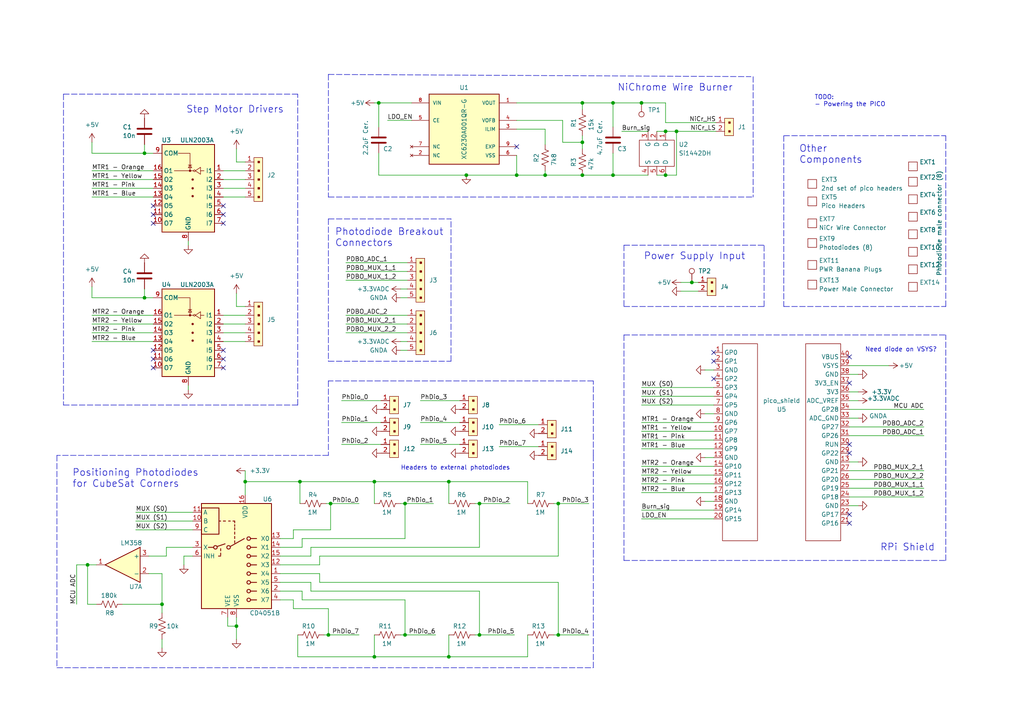
<source format=kicad_sch>
(kicad_sch (version 20211123) (generator eeschema)
  (paper "A4")
  (title_block (title "CubeSat Pi Hat") (rev "DRAFT") (company "Cal Poly, SLO"))
  (junction (at 158.115 50.8))
  (junction (at 161.925 184.15))
  (junction (at 41.91 44.45))
  (junction (at 177.8 29.845))
  (junction (at 196.215 38.1))
  (junction (at 168.91 41.275))
  (junction (at 41.91 86.36))
  (junction (at 168.91 29.845))
  (junction (at 25.4 163.83))
  (junction (at 86.995 139.7))
  (junction (at 117.475 146.05))
  (junction (at 95.25 184.15))
  (junction (at 135.255 50.8))
  (junction (at 168.91 50.8))
  (junction (at 130.175 139.7))
  (junction (at 161.925 146.05))
  (junction (at 95.885 146.05))
  (junction (at 108.585 139.7))
  (junction (at 117.475 184.15))
  (junction (at 193.04 50.8))
  (junction (at 193.04 38.1))
  (junction (at 200.66 81.915))
  (junction (at 177.8 50.8))
  (junction (at 109.855 29.845))
  (junction (at 108.585 190.5))
  (junction (at 46.99 175.26))
  (junction (at 139.065 184.15))
  (junction (at 71.12 139.7))
  (junction (at 68.58 181.61))
  (junction (at 186.055 29.845))
  (junction (at 149.86 50.8))
  (junction (at 139.065 146.05))
  (junction (at 130.175 190.5))
  (no_connect (at 44.45 106.68))
  (no_connect (at 246.38 131.445))
  (no_connect (at 64.77 106.68))
  (no_connect (at 64.77 101.6))
  (no_connect (at 64.77 64.77))
  (no_connect (at 64.77 62.23))
  (no_connect (at 246.38 128.905))
  (no_connect (at 44.45 104.14))
  (no_connect (at 64.77 104.14))
  (no_connect (at 246.38 149.225))
  (no_connect (at 207.01 104.775))
  (no_connect (at 44.45 62.23))
  (no_connect (at 44.45 64.77))
  (no_connect (at 64.77 59.69))
  (no_connect (at 246.38 111.125))
  (no_connect (at 44.45 59.69))
  (no_connect (at 44.45 101.6))
  (no_connect (at 246.38 103.505))
  (no_connect (at 246.38 151.765))
  (no_connect (at 149.86 42.545))
  (no_connect (at 207.01 109.855))
  (no_connect (at 207.01 102.235))
  (wire (pts (xy 207.01 140.335) (xy 186.055 140.335)))
  (wire (pts (xy 44.45 49.53) (xy 26.67 49.53)))
  (wire (pts (xy 95.885 153.67) (xy 95.885 146.05)))
  (wire (pts (xy 193.04 38.1) (xy 196.215 38.1)))
  (wire (pts (xy 196.215 50.8) (xy 196.215 38.1)))
  (wire (pts (xy 158.115 50.8) (xy 168.91 50.8)))
  (wire (pts (xy 200.66 81.915) (xy 202.565 81.915)))
  (wire (pts (xy 193.04 50.8) (xy 196.215 50.8)))
  (polyline (pts (xy 130.81 104.775) (xy 130.81 63.5)))
  (wire (pts (xy 109.855 29.845) (xy 108.585 29.845)))
  (wire (pts (xy 46.99 187.96) (xy 46.99 185.42)))
  (wire (pts (xy 86.995 139.7) (xy 108.585 139.7)))
  (wire (pts (xy 186.055 114.935) (xy 207.01 114.935)))
  (wire (pts (xy 27.94 175.26) (xy 25.4 175.26)))
  (wire (pts (xy 86.36 184.15) (xy 86.36 190.5)))
  (wire (pts (xy 71.12 52.07) (xy 64.77 52.07)))
  (wire (pts (xy 71.12 54.61) (xy 64.77 54.61)))
  (wire (pts (xy 109.855 50.8) (xy 135.255 50.8)))
  (wire (pts (xy 149.86 50.8) (xy 158.115 50.8)))
  (polyline (pts (xy 18.415 27.305) (xy 18.415 117.475)))
  (wire (pts (xy 109.855 50.8) (xy 109.855 44.45)))
  (wire (pts (xy 71.12 88.9) (xy 68.58 88.9)))
  (wire (pts (xy 95.25 176.53) (xy 95.25 184.15)))
  (wire (pts (xy 246.38 123.825) (xy 267.97 123.825)))
  (wire (pts (xy 92.71 161.29) (xy 161.925 161.29)))
  (polyline (pts (xy 95.25 132.08) (xy 16.51 132.08)))
  (wire (pts (xy 163.195 34.925) (xy 149.86 34.925)))
  (wire (pts (xy 71.12 139.7) (xy 71.12 143.51)))
  (wire (pts (xy 186.055 112.395) (xy 207.01 112.395)))
  (wire (pts (xy 117.475 156.21) (xy 117.475 146.05)))
  (wire (pts (xy 64.77 57.15) (xy 71.12 57.15)))
  (wire (pts (xy 246.38 106.045) (xy 257.81 106.045)))
  (wire (pts (xy 85.09 153.67) (xy 85.09 156.21)))
  (wire (pts (xy 93.98 184.15) (xy 95.25 184.15)))
  (polyline (pts (xy 180.975 88.9) (xy 221.615 88.9)))
  (wire (pts (xy 160.655 146.05) (xy 161.925 146.05)))
  (wire (pts (xy 112.395 34.925) (xy 119.38 34.925)))
  (wire (pts (xy 246.38 126.365) (xy 267.97 126.365)))
  (polyline (pts (xy 172.085 132.08) (xy 172.085 110.49)))
  (wire (pts (xy 177.8 50.8) (xy 187.96 50.8)))
  (wire (pts (xy 99.06 122.555) (xy 110.49 122.555)))
  (wire (pts (xy 71.12 99.06) (xy 64.77 99.06)))
  (wire (pts (xy 92.71 166.37) (xy 92.71 168.91)))
  (wire (pts (xy 71.12 139.7) (xy 86.995 139.7)))
  (wire (pts (xy 44.45 91.44) (xy 26.67 91.44)))
  (wire (pts (xy 81.28 163.83) (xy 92.71 163.83)))
  (polyline (pts (xy 172.085 193.675) (xy 172.085 161.29)))
  (wire (pts (xy 121.92 128.905) (xy 133.35 128.905)))
  (wire (pts (xy 160.655 184.15) (xy 161.925 184.15)))
  (wire (pts (xy 121.92 116.205) (xy 133.35 116.205)))
  (wire (pts (xy 177.8 29.845) (xy 186.055 29.845)))
  (wire (pts (xy 71.12 93.98) (xy 64.77 93.98)))
  (wire (pts (xy 116.205 86.36) (xy 118.11 86.36)))
  (polyline (pts (xy 274.32 88.9) (xy 274.32 39.37)))
  (wire (pts (xy 177.8 44.45) (xy 177.8 50.8)))
  (polyline (pts (xy 227.33 39.37) (xy 227.33 88.9)))
  (wire (pts (xy 149.86 50.8) (xy 149.86 45.085)))
  (polyline (pts (xy 274.32 162.56) (xy 274.32 97.155)))
  (wire (pts (xy 54.61 69.85) (xy 54.61 71.12)))
  (wire (pts (xy 66.04 181.61) (xy 66.04 179.07)))
  (wire (pts (xy 246.38 113.665) (xy 248.92 113.665)))
  (wire (pts (xy 68.58 43.18) (xy 68.58 46.99)))
  (wire (pts (xy 161.925 184.15) (xy 170.815 184.15)))
  (wire (pts (xy 116.205 83.82) (xy 118.11 83.82)))
  (wire (pts (xy 22.225 163.83) (xy 22.225 175.26)))
  (wire (pts (xy 158.115 37.465) (xy 149.86 37.465)))
  (wire (pts (xy 53.34 163.83) (xy 53.34 161.29)))
  (wire (pts (xy 149.86 29.845) (xy 168.91 29.845)))
  (polyline (pts (xy 18.415 117.475) (xy 86.36 117.475)))
  (wire (pts (xy 44.45 99.06) (xy 26.67 99.06)))
  (wire (pts (xy 207.01 127.635) (xy 186.055 127.635)))
  (wire (pts (xy 44.45 57.15) (xy 26.67 57.15)))
  (wire (pts (xy 168.91 41.275) (xy 163.195 41.275)))
  (wire (pts (xy 44.45 96.52) (xy 26.67 96.52)))
  (wire (pts (xy 39.37 151.13) (xy 55.88 151.13)))
  (wire (pts (xy 90.17 158.75) (xy 139.065 158.75)))
  (wire (pts (xy 246.38 108.585) (xy 248.92 108.585)))
  (wire (pts (xy 39.37 153.67) (xy 55.88 153.67)))
  (wire (pts (xy 44.45 52.07) (xy 26.67 52.07)))
  (wire (pts (xy 41.91 41.91) (xy 41.91 44.45)))
  (wire (pts (xy 99.06 128.905) (xy 110.49 128.905)))
  (polyline (pts (xy 172.085 132.08) (xy 172.085 161.29)))
  (wire (pts (xy 116.205 184.15) (xy 117.475 184.15)))
  (wire (pts (xy 68.58 181.61) (xy 66.04 181.61)))
  (polyline (pts (xy 227.33 88.9) (xy 274.32 88.9)))
  (wire (pts (xy 100.33 76.2) (xy 118.11 76.2)))
  (wire (pts (xy 248.92 116.205) (xy 246.38 116.205)))
  (wire (pts (xy 99.06 116.205) (xy 110.49 116.205)))
  (wire (pts (xy 207.01 122.555) (xy 186.055 122.555)))
  (polyline (pts (xy 221.615 88.9) (xy 221.615 71.12)))
  (wire (pts (xy 46.99 175.26) (xy 35.56 175.26)))
  (wire (pts (xy 46.99 177.8) (xy 46.99 175.26)))
  (wire (pts (xy 44.45 44.45) (xy 41.91 44.45)))
  (wire (pts (xy 197.485 84.455) (xy 202.565 84.455)))
  (polyline (pts (xy 180.975 71.12) (xy 221.615 71.12)))
  (wire (pts (xy 81.28 158.75) (xy 87.63 158.75)))
  (wire (pts (xy 85.09 176.53) (xy 95.25 176.53)))
  (wire (pts (xy 116.205 101.6) (xy 118.11 101.6)))
  (wire (pts (xy 100.33 91.44) (xy 118.11 91.44)))
  (wire (pts (xy 207.01 135.255) (xy 186.055 135.255)))
  (wire (pts (xy 85.09 176.53) (xy 85.09 173.99)))
  (polyline (pts (xy 95.25 104.775) (xy 130.81 104.775)))
  (polyline (pts (xy 227.33 39.37) (xy 274.32 39.37)))
  (polyline (pts (xy 16.51 132.08) (xy 16.51 193.675)))
  (wire (pts (xy 95.25 184.15) (xy 104.14 184.15)))
  (wire (pts (xy 81.28 168.91) (xy 90.17 168.91)))
  (wire (pts (xy 197.485 81.915) (xy 200.66 81.915)))
  (polyline (pts (xy 95.25 110.49) (xy 95.25 132.08)))
  (wire (pts (xy 207.01 132.715) (xy 204.47 132.715)))
  (polyline (pts (xy 95.25 63.5) (xy 130.81 63.5)))
  (wire (pts (xy 92.71 168.91) (xy 161.925 168.91)))
  (wire (pts (xy 168.91 50.8) (xy 177.8 50.8)))
  (wire (pts (xy 85.09 156.21) (xy 81.28 156.21)))
  (wire (pts (xy 168.91 41.275) (xy 168.91 43.18)))
  (wire (pts (xy 190.5 38.1) (xy 193.04 38.1)))
  (wire (pts (xy 27.94 163.83) (xy 25.4 163.83)))
  (wire (pts (xy 177.8 36.83) (xy 177.8 29.845)))
  (polyline (pts (xy 95.25 63.5) (xy 95.25 104.775)))
  (wire (pts (xy 207.01 142.875) (xy 186.055 142.875)))
  (wire (pts (xy 130.175 190.5) (xy 153.035 190.5)))
  (wire (pts (xy 26.67 44.45) (xy 26.67 41.275)))
  (wire (pts (xy 246.38 139.065) (xy 267.97 139.065)))
  (polyline (pts (xy 180.975 162.56) (xy 274.32 162.56)))
  (polyline (pts (xy 86.36 117.475) (xy 86.36 27.305)))
  (wire (pts (xy 168.91 41.275) (xy 168.91 39.37)))
  (wire (pts (xy 90.17 168.91) (xy 90.17 171.45)))
  (wire (pts (xy 85.09 173.99) (xy 81.28 173.99)))
  (wire (pts (xy 130.175 139.7) (xy 153.035 139.7)))
  (wire (pts (xy 139.065 184.15) (xy 149.225 184.15)))
  (wire (pts (xy 81.28 161.29) (xy 90.17 161.29)))
  (wire (pts (xy 87.63 156.21) (xy 117.475 156.21)))
  (polyline (pts (xy 95.25 57.15) (xy 218.44 57.15)))
  (polyline (pts (xy 180.975 97.155) (xy 274.32 97.155)))
  (wire (pts (xy 168.91 31.75) (xy 168.91 29.845)))
  (wire (pts (xy 25.4 175.26) (xy 25.4 163.83)))
  (wire (pts (xy 161.925 146.05) (xy 170.815 146.05)))
  (wire (pts (xy 81.28 171.45) (xy 87.63 171.45)))
  (wire (pts (xy 81.28 166.37) (xy 92.71 166.37)))
  (wire (pts (xy 108.585 190.5) (xy 130.175 190.5)))
  (wire (pts (xy 92.71 163.83) (xy 92.71 161.29)))
  (wire (pts (xy 153.035 184.15) (xy 153.035 190.5)))
  (wire (pts (xy 22.225 163.83) (xy 25.4 163.83)))
  (wire (pts (xy 48.26 161.29) (xy 48.26 158.75)))
  (wire (pts (xy 87.63 173.99) (xy 117.475 173.99)))
  (wire (pts (xy 71.12 96.52) (xy 64.77 96.52)))
  (wire (pts (xy 180.34 38.1) (xy 187.96 38.1)))
  (wire (pts (xy 246.38 136.525) (xy 267.97 136.525)))
  (wire (pts (xy 44.45 54.61) (xy 26.67 54.61)))
  (wire (pts (xy 86.995 146.05) (xy 86.995 139.7)))
  (wire (pts (xy 44.45 93.98) (xy 26.67 93.98)))
  (wire (pts (xy 130.175 146.05) (xy 130.175 139.7)))
  (wire (pts (xy 90.17 161.29) (xy 90.17 158.75)))
  (wire (pts (xy 46.99 166.37) (xy 43.18 166.37)))
  (wire (pts (xy 137.795 184.15) (xy 139.065 184.15)))
  (wire (pts (xy 246.38 121.285) (xy 248.92 121.285)))
  (wire (pts (xy 207.01 145.415) (xy 204.47 145.415)))
  (wire (pts (xy 117.475 173.99) (xy 117.475 184.15)))
  (wire (pts (xy 246.38 141.605) (xy 267.97 141.605)))
  (wire (pts (xy 94.615 146.05) (xy 95.885 146.05)))
  (wire (pts (xy 190.5 50.8) (xy 193.04 50.8)))
  (wire (pts (xy 53.34 161.29) (xy 55.88 161.29)))
  (wire (pts (xy 100.33 93.98) (xy 118.11 93.98)))
  (wire (pts (xy 68.58 181.61) (xy 68.58 185.42)))
  (polyline (pts (xy 180.975 97.155) (xy 180.975 162.56)))
  (wire (pts (xy 153.035 146.05) (xy 153.035 139.7)))
  (wire (pts (xy 177.8 29.845) (xy 168.91 29.845)))
  (wire (pts (xy 68.58 179.07) (xy 68.58 181.61)))
  (wire (pts (xy 144.78 129.54) (xy 156.21 129.54)))
  (wire (pts (xy 121.92 122.555) (xy 133.35 122.555)))
  (wire (pts (xy 116.205 146.05) (xy 117.475 146.05)))
  (wire (pts (xy 87.63 171.45) (xy 87.63 173.99)))
  (wire (pts (xy 41.91 86.36) (xy 26.67 86.36)))
  (wire (pts (xy 68.58 85.09) (xy 68.58 88.9)))
  (wire (pts (xy 100.33 96.52) (xy 118.11 96.52)))
  (wire (pts (xy 193.04 35.56) (xy 207.645 35.56)))
  (wire (pts (xy 95.885 146.05) (xy 104.14 146.05)))
  (wire (pts (xy 41.91 83.82) (xy 41.91 86.36)))
  (wire (pts (xy 246.38 133.985) (xy 248.92 133.985)))
  (wire (pts (xy 109.855 29.845) (xy 119.38 29.845)))
  (wire (pts (xy 196.215 38.1) (xy 207.645 38.1)))
  (wire (pts (xy 71.12 46.99) (xy 68.58 46.99)))
  (wire (pts (xy 163.195 41.275) (xy 163.195 34.925)))
  (wire (pts (xy 246.38 118.745) (xy 267.97 118.745)))
  (wire (pts (xy 207.01 137.795) (xy 186.055 137.795)))
  (polyline (pts (xy 180.975 71.12) (xy 180.975 88.9)))
  (wire (pts (xy 44.45 86.36) (xy 41.91 86.36)))
  (wire (pts (xy 186.055 117.475) (xy 207.01 117.475)))
  (wire (pts (xy 161.925 161.29) (xy 161.925 146.05)))
  (wire (pts (xy 90.17 171.45) (xy 139.065 171.45)))
  (wire (pts (xy 139.065 171.45) (xy 139.065 184.15)))
  (wire (pts (xy 41.91 44.45) (xy 26.67 44.45)))
  (wire (pts (xy 71.12 91.44) (xy 64.77 91.44)))
  (polyline (pts (xy 95.25 21.59) (xy 95.25 57.15)))
  (wire (pts (xy 186.055 150.495) (xy 207.01 150.495)))
  (wire (pts (xy 117.475 184.15) (xy 126.365 184.15)))
  (wire (pts (xy 87.63 158.75) (xy 87.63 156.21)))
  (wire (pts (xy 86.36 190.5) (xy 108.585 190.5)))
  (wire (pts (xy 193.04 29.845) (xy 193.04 35.56)))
  (wire (pts (xy 144.78 123.19) (xy 156.21 123.19)))
  (wire (pts (xy 100.33 78.74) (xy 118.11 78.74)))
  (wire (pts (xy 71.12 136.525) (xy 71.12 139.7)))
  (wire (pts (xy 246.38 146.685) (xy 248.92 146.685)))
  (wire (pts (xy 207.01 130.175) (xy 186.055 130.175)))
  (wire (pts (xy 108.585 139.7) (xy 130.175 139.7)))
  (wire (pts (xy 135.255 50.8) (xy 149.86 50.8)))
  (wire (pts (xy 246.38 144.145) (xy 267.97 144.145)))
  (polyline (pts (xy 95.25 21.59) (xy 217.805 22.225)))
  (wire (pts (xy 39.37 148.59) (xy 55.88 148.59)))
  (wire (pts (xy 26.67 86.36) (xy 26.67 83.185)))
  (polyline (pts (xy 16.51 193.675) (xy 172.085 193.675)))
  (wire (pts (xy 158.115 49.53) (xy 158.115 50.8)))
  (wire (pts (xy 71.12 49.53) (xy 64.77 49.53)))
  (wire (pts (xy 46.99 166.37) (xy 46.99 175.26)))
  (wire (pts (xy 204.47 107.315) (xy 207.01 107.315)))
  (polyline (pts (xy 172.085 110.49) (xy 95.25 110.49)))
  (polyline (pts (xy 218.44 22.225) (xy 218.44 57.15)))
  (wire (pts (xy 109.855 36.83) (xy 109.855 29.845)))
  (wire (pts (xy 54.61 111.76) (xy 54.61 113.03)))
  (polyline (pts (xy 18.415 27.305) (xy 86.36 27.305)))
  (wire (pts (xy 186.055 147.955) (xy 207.01 147.955)))
  (wire (pts (xy 48.26 158.75) (xy 55.88 158.75)))
  (wire (pts (xy 137.795 146.05) (xy 139.065 146.05)))
  (wire (pts (xy 100.33 81.28) (xy 118.11 81.28)))
  (wire (pts (xy 108.585 146.05) (xy 108.585 139.7)))
  (wire (pts (xy 108.585 184.15) (xy 108.585 190.5)))
  (wire (pts (xy 130.175 184.15) (xy 130.175 190.5)))
  (wire (pts (xy 139.065 146.05) (xy 147.955 146.05)))
  (wire (pts (xy 158.115 41.91) (xy 158.115 37.465)))
  (wire (pts (xy 186.055 29.845) (xy 193.04 29.845)))
  (wire (pts (xy 116.205 99.06) (xy 118.11 99.06)))
  (wire (pts (xy 207.01 125.095) (xy 186.055 125.095)))
  (wire (pts (xy 139.065 158.75) (xy 139.065 146.05)))
  (wire (pts (xy 161.925 168.91) (xy 161.925 184.15)))
  (wire (pts (xy 85.09 153.67) (xy 95.885 153.67)))
  (wire (pts (xy 117.475 146.05) (xy 125.73 146.05)))
  (wire (pts (xy 43.18 161.29) (xy 48.26 161.29)))
  (wire (pts (xy 207.01 120.015) (xy 204.47 120.015)))
  (text "Photodiode Breakout \nConnectors" (at 97.155 71.755 0) (effects (font (size 2 2)) (justify left bottom)))
  (text "Power Supply Input" (at 186.69 75.565 0) (effects (font (size 2 2)) (justify left bottom)))
  (text "NiChrome Wire Burner\n" (at 179.07 26.67 0) (effects (font (size 2 2)) (justify left bottom)))
  (text "RPi Shield\n" (at 255.27 160.02 0) (effects (font (size 2 2)) (justify left bottom)))
  (text "Positioning Photodiodes \nfor CubeSat Corners\n" (at 20.955 141.605 0) (effects (font (size 2 2)) (justify left bottom)))
  (text "TODO:\n- Powering the PICO\n" (at 236.22 31.115 0) (effects (font (size 1.27 1.27)) (justify left bottom)))
  (text "Need diode on VSYS?" (at 271.78 102.235 180) (effects (font (size 1.27 1.27)) (justify right bottom)))
  (text "Step Motor Drivers" (at 53.975 33.02 0) (effects (font (size 2 2)) (justify left bottom)))
  (text "Headers to external photodiodes\n" (at 116.205 136.525 0) (effects (font (size 1.27 1.27)) (justify left bottom)))
  (text "Other\nComponents\n" (at 231.775 47.625 0) (effects (font (size 2 2)) (justify left bottom)))
  (label "PDBO_ADC_2" (at 267.97 123.825 180))
  (label "MTR2 - Yellow" (at 26.67 93.98 0))
  (label "PhDio_0" (at 99.06 116.205 0))
  (label "PhDio_1" (at 125.73 146.05 180))
  (label "PDBO_MUX_2_1" (at 100.33 93.98 0))
  (label "NiCr_HS" (at 207.645 35.56 180))
  (label "PhDio_5" (at 149.225 184.15 180))
  (label "PDBO_ADC_1" (at 100.33 76.2 0))
  (label "PhDio_4" (at 170.815 184.15 180))
  (label "MTR1 - Blue" (at 26.67 57.15 0))
  (label "PhDio_6" (at 126.365 184.15 180))
  (label "MTR1 - Blue" (at 186.055 130.175 0))
  (label "PhDio_7" (at 104.14 184.15 180))
  (label "MTR2 - Blue" (at 26.67 99.06 0))
  (label "MTR1 - Orange" (at 186.055 122.555 0))
  (label "PDBO_MUX_1_2" (at 100.33 81.28 0))
  (label "MTR1 - Pink" (at 186.055 127.635 0))
  (label "MUX (S0)" (at 186.055 112.395 0))
  (label "LDO_EN" (at 186.055 150.495 0))
  (label "PhDio_4" (at 121.92 122.555 0))
  (label "LDO_EN" (at 112.395 34.925 0))
  (label "PDBO_MUX_1_1" (at 100.33 78.74 0))
  (label "PhDio_1" (at 99.06 122.555 0))
  (label "PhDio_7" (at 144.78 129.54 0))
  (label "PDBO_ADC_2" (at 100.33 91.44 0))
  (label "PhDio_0" (at 104.14 146.05 180))
  (label "PDBO_MUX_2_2" (at 267.97 139.065 180))
  (label "PDBO_MUX_1_1" (at 267.97 141.605 180))
  (label "MTR1 - Pink" (at 26.67 54.61 0))
  (label "PDBO_MUX_2_1" (at 267.97 136.525 180))
  (label "MUX (S1)" (at 186.055 114.935 0))
  (label "PhDio_3" (at 121.92 116.205 0))
  (label "MTR1 - Yellow" (at 186.055 125.095 0))
  (label "MTR2 - Orange" (at 26.67 91.44 0))
  (label "MTR1 - Orange" (at 26.67 49.53 0))
  (label "PhDio_2" (at 99.06 128.905 0))
  (label "PDBO_MUX_2_2" (at 100.33 96.52 0))
  (label "MTR2 - Yellow" (at 186.055 137.795 0))
  (label "MUX (S2)" (at 186.055 117.475 0))
  (label "MCU ADC" (at 267.97 118.745 180))
  (label "MCU ADC" (at 22.225 175.26 90))
  (label "MTR2 - Orange" (at 186.055 135.255 0))
  (label "PhDio_6" (at 144.78 123.19 0))
  (label "PDBO_ADC_1" (at 267.97 126.365 180))
  (label "PhDio_5" (at 121.92 128.905 0))
  (label "MUX (S0)" (at 39.37 148.59 0))
  (label "PhDio_3" (at 170.815 146.05 180))
  (label "PhDio_2" (at 147.955 146.05 180))
  (label "MUX (S1)" (at 39.37 151.13 0))
  (label "Burn_sig" (at 180.34 38.1 0))
  (label "MTR1 - Yellow" (at 26.67 52.07 0))
  (label "Burn_sig" (at 186.055 147.955 0))
  (label "PDBO_MUX_1_2" (at 267.97 144.145 180))
  (label "MUX (S2)" (at 39.37 153.67 0))
  (label "MTR2 - Blue" (at 186.055 142.875 0))
  (label "NiCr_LS" (at 207.645 38.1 180))
  (label "MTR2 - Pink" (at 26.67 96.52 0))
  (label "MTR2 - Pink" (at 186.055 140.335 0))
  (symbol (lib_id "power:GNDA") (at 116.205 101.6 270) (unit 1)
    (property "Reference" "#PWR015" (effects hide))
    (property "Value" "GNDA" (at 112.395 101.5999 90) (effects (justify right)))
  )
  (symbol (lib_id "dk_Rectangular-Connectors-Headers-Male-Pins:B2B-PH-K-S_LF__SN_") (at 205.105 81.915 90) (mirror x) (unit 1)
    (property "Reference" "J4" (at 208.915 83.1849 90) (effects (justify right)))
    (property "Value" "644752-2" (effects hide))
    (property "Footprint" "digikey-footprints:PinHeader_1x2_P2mm_Drill1mm" (effects hide))
    (property "Datasheet" "http://www.jst-mfg.com/product/pdf/eng/ePH.pdf" (effects hide))
    (property "Digi-Key_PN" "455-1704-ND" (effects hide))
    (property "MPN" "B2B-PH-K-S(LF)(SN)" (effects hide))
    (property "Category" "Connectors, Interconnects" (effects hide))
    (property "Family" "Rectangular Connectors - Headers, Male Pins" (effects hide))
    (property "DK_Datasheet_Link" "http://www.jst-mfg.com/product/pdf/eng/ePH.pdf" (effects hide))
    (property "DK_Detail_Page" "/product-detail/en/jst-sales-america-inc/B2B-PH-K-S(LF)(SN)/455-1704-ND/926611" (effects hide))
    (property "Description" "CONN HEADER VERT 2POS 2MM" (effects hide))
    (property "Manufacturer" "JST Sales America Inc." (effects hide))
    (property "Status" "Active" (effects hide))
  )
  (symbol (lib_id "power:+3.3VADC") (at 116.205 99.06 90) (unit 1)
    (property "Reference" "#PWR014" (effects hide))
    (property "Value" "+3.3VADC" (at 113.03 99.0599 90) (effects (justify left)))
  )
  (symbol (lib_id "power:+5V") (at 68.58 43.18 0) (mirror y) (unit 1)
    (property "Reference" "#PWR04" (effects hide))
    (property "Value" "+5V" (at 68.58 38.1 0))
  )
  (symbol (lib_id "dk_Rectangular-Connectors-Headers-Male-Pins:B2B-PH-K-S_LF__SN_") (at 135.89 116.205 90) (mirror x) (unit 1)
    (property "Reference" "J8" (at 139.7 117.4749 90) (effects (justify right)))
    (property "Value" "B2B-PH-K-S_LF__SN_" (effects hide))
    (property "Footprint" "digikey-footprints:PinHeader_1x2_P2mm_Drill1mm" (effects hide))
    (property "Datasheet" "http://www.jst-mfg.com/product/pdf/eng/ePH.pdf" (effects hide))
    (property "Digi-Key_PN" "455-1704-ND" (effects hide))
    (property "MPN" "B2B-PH-K-S(LF)(SN)" (effects hide))
    (property "Category" "Connectors, Interconnects" (effects hide))
    (property "Family" "Rectangular Connectors - Headers, Male Pins" (effects hide))
    (property "DK_Datasheet_Link" "http://www.jst-mfg.com/product/pdf/eng/ePH.pdf" (effects hide))
    (property "DK_Detail_Page" "/product-detail/en/jst-sales-america-inc/B2B-PH-K-S(LF)(SN)/455-1704-ND/926611" (effects hide))
    (property "Description" "CONN HEADER VERT 2POS 2MM" (effects hide))
    (property "Manufacturer" "JST Sales America Inc." (effects hide))
    (property "Status" "Active" (effects hide))
  )
  (symbol (lib_id "power:+3.3VADC") (at 248.92 116.205 270) (unit 1)
    (property "Reference" "#PWR020" (effects hide))
    (property "Value" "+3.3VADC" (at 251.46 115.57 90) (effects (justify left)))
  )
  (symbol (lib_id "Device:R_US") (at 112.395 146.05 90) (unit 1)
    (property "Reference" "R5" (at 113.665 143.51 90) (effects (justify left)))
    (property "Value" "1M" (at 113.665 148.59 90) (effects (justify left)))
    (property "Footprint" "Resistor_SMD:R_0805_2012Metric_Pad1.20x1.40mm_HandSolder" (effects hide))
    (property "MPN" "RT0805BRD071ML" (effects hide))
  )
  (symbol (lib_id "power:GNDA") (at 248.92 121.285 90) (unit 1)
    (property "Reference" "#PWR024" (effects hide))
    (property "Value" "GNDA" (at 252.095 120.65 90) (effects (justify right)))
  )
  (symbol (lib_id "0_custom:{lt}name{gt}") (at 264.795 52.705 0) (unit 1)
    (property "Reference" "EXT2" (at 266.7 51.4349 0) (effects (justify left)))
    (property "Value" "Photodiode male connector (8)" (effects hide))
    (property "Footprint" "0_custom:EXT_no_footprint" (effects hide))
    (property "MPN" "02KR-6H-P" (effects hide))
  )
  (symbol (lib_id "power:GND") (at 133.35 125.095 270) (mirror x) (unit 1)
    (property "Reference" "#PWR026" (effects hide))
    (property "Value" "GND" (effects hide))
  )
  (symbol (lib_id "0_custom:{lt}name{gt}") (at 264.795 73.025 0) (unit 1)
    (property "Reference" "EXT10" (at 266.7 71.7549 0) (effects (justify left)))
    (property "Value" "Photodiode male connector (8)" (effects hide))
    (property "Footprint" "0_custom:EXT_no_footprint" (effects hide))
    (property "MPN" "02KR-6H-P" (effects hide))
  )
  (symbol (lib_id "power:GND") (at 156.21 125.73 270) (mirror x) (unit 1)
    (property "Reference" "#PWR027" (effects hide))
    (property "Value" "GND" (effects hide))
  )
  (symbol (lib_id "0_custom:{lt}name{gt}") (at 264.795 83.185 0) (unit 1)
    (property "Reference" "EXT14" (at 266.7 81.9149 0) (effects (justify left)))
    (property "Value" "Photodiode male connector (8)" (effects hide))
    (property "Footprint" "0_custom:EXT_no_footprint" (effects hide))
    (property "MPN" "02KR-6H-P" (effects hide))
  )
  (symbol (lib_id "power:GND") (at 133.35 118.745 270) (mirror x) (unit 1)
    (property "Reference" "#PWR022" (effects hide))
    (property "Value" "GND" (effects hide))
  )
  (symbol (lib_id "Device:R_US") (at 168.91 46.99 180) (unit 1)
    (property "Reference" "R3" (at 166.37 45.72 90) (effects (justify left)))
    (property "Value" "47k" (at 171.45 45.72 90) (effects (justify left)))
    (property "Footprint" "Resistor_SMD:R_0805_2012Metric_Pad1.20x1.40mm_HandSolder" (effects hide))
    (property "MPN" "RC0805FR-1347KL" (effects hide))
  )
  (symbol (lib_id "power:+3.3V") (at 71.12 136.525 90) (unit 1)
    (property "Reference" "#PWR?" (effects hide))
    (property "Value" "+3.3V" (at 72.39 136.5249 90) (effects (justify right)))
  )
  (symbol (lib_id "power:+5V") (at 257.81 106.045 270) (unit 1)
    (property "Reference" "#PWR016" (effects hide))
    (property "Value" "+5V" (at 264.795 106.045 90) (effects (justify right)))
  )
  (symbol (lib_id "0_custom:Si1442DH") (at 191.77 44.45 270) (unit 1)
    (property "Reference" "U2" (at 196.85 41.9099 90) (effects (justify left)))
    (property "Value" "Si1442DH" (at 196.85 44.4499 90) (effects (justify left)))
    (property "Footprint" "Package_TO_SOT_SMD:SOT-363_SC-70-6" (effects hide))
    (property "MPN" "SI1442DH-T1-GE3" (effects hide))
  )
  (symbol (lib_id "power:GND") (at 248.92 133.985 90) (unit 1)
    (property "Reference" "#PWR032" (effects hide))
    (property "Value" "GND" (effects hide))
  )
  (symbol (lib_id "Device:R_US") (at 90.17 184.15 90) (unit 1)
    (property "Reference" "R10" (at 91.44 181.61 90) (effects (justify left)))
    (property "Value" "1M" (at 91.44 186.69 90) (effects (justify left)))
    (property "Footprint" "Resistor_SMD:R_0805_2012Metric_Pad1.20x1.40mm_HandSolder" (effects hide))
    (property "MPN" "RT0805BRD071ML" (effects hide))
  )
  (symbol (lib_id "Connector:TestPoint") (at 186.055 29.845 180) (unit 1)
    (property "Reference" "TP1" (at 187.96 31.8769 0) (effects (justify right)))
    (property "Value" "TestPoint" (effects hide))
  )
  (symbol (lib_id "power:GND") (at 54.61 71.12 0) (mirror y) (unit 1)
    (property "Reference" "#PWR06" (effects hide))
    (property "Value" "GND" (effects hide))
  )
  (symbol (lib_id "0_custom:{lt}name{gt}") (at 235.585 64.77 0) (unit 1)
    (property "Reference" "EXT7" (at 237.49 63.4999 0) (effects (justify left)))
    (property "Value" "NiCr Wire Connector" (at 237.49 66.0399 0) (effects (justify left)))
    (property "Footprint" "0_custom:EXT_no_footprint" (effects hide))
    (property "MPN" "3-640427-2" (effects hide))
  )
  (symbol (lib_id "0_custom:{lt}name{gt}") (at 264.795 78.105 0) (unit 1)
    (property "Reference" "EXT12" (at 266.7 76.8349 0) (effects (justify left)))
    (property "Value" "Photodiode male connector (8)" (effects hide))
    (property "Footprint" "0_custom:EXT_no_footprint" (effects hide))
    (property "MPN" "02KR-6H-P" (effects hide))
  )
  (symbol (lib_id "Analog_Switch:CD4051B") (at 68.58 161.29 0) (unit 1)
    (property "Reference" "U6" (at 76.2 144.78 0) (effects (justify left)))
    (property "Value" "CD4051B" (at 72.39 177.8 0) (effects (justify left)))
    (property "Footprint" "Miles Added:PW0016A_L" (effects hide))
    (property "Datasheet" "http://www.ti.com/lit/ds/symlink/cd4052b.pdf" (effects hide))
    (property "MPN" "CD4051BQPWRG4Q1" (effects hide))
  )
  (symbol (lib_id "power:+5V") (at 108.585 29.845 90) (unit 1)
    (property "Reference" "#PWR01" (effects hide))
    (property "Value" "+5V" (at 101.6 29.845 90) (effects (justify right)))
  )
  (symbol (lib_id "Device:R_US") (at 156.845 184.15 90) (unit 1)
    (property "Reference" "R13" (at 158.115 181.61 90) (effects (justify left)))
    (property "Value" "1M" (at 158.115 186.69 90) (effects (justify left)))
    (property "Footprint" "Resistor_SMD:R_0805_2012Metric_Pad1.20x1.40mm_HandSolder" (effects hide))
    (property "MPN" "RT0805BRD071ML" (effects hide))
  )
  (symbol (lib_id "Device:R_US") (at 168.91 35.56 180) (unit 1)
    (property "Reference" "R1" (at 166.37 34.29 90) (effects (justify left)))
    (property "Value" "15k" (at 171.45 34.29 90) (effects (justify left)))
    (property "Footprint" "Resistor_SMD:R_0805_2012Metric_Pad1.20x1.40mm_HandSolder" (effects hide))
    (property "MPN" "RMCF0805FT15K8" (effects hide))
  )
  (symbol (lib_id "power:GND") (at 156.21 132.08 270) (mirror x) (unit 1)
    (property "Reference" "#PWR030" (effects hide))
    (property "Value" "GND" (effects hide))
  )
  (symbol (lib_id "dk_Rectangular-Connectors-Headers-Male-Pins:B5B-XH-A_LF__SN_") (at 120.65 76.2 90) (mirror x) (unit 1)
    (property "Reference" "J3" (at 124.46 81.2799 90) (effects (justify right)))
    (property "Value" "B5B-XH-A_LF__SN_" (effects hide))
    (property "Footprint" "digikey-footprints:PinHeader_1x5_P2.5mm_Drill1.1mm" (effects hide))
    (property "Datasheet" "http://www.jst-mfg.com/product/pdf/eng/eXH.pdf" (effects hide))
    (property "Digi-Key_PN" "455-2270-ND" (effects hide))
    (property "MPN" "B5B-XH-A(LF)(SN)" (effects hide))
    (property "Category" "Connectors, Interconnects" (effects hide))
    (property "Family" "Rectangular Connectors - Headers, Male Pins" (effects hide))
    (property "DK_Datasheet_Link" "http://www.jst-mfg.com/product/pdf/eng/eXH.pdf" (effects hide))
    (property "DK_Detail_Page" "/product-detail/en/jst-sales-america-inc/B5B-XH-A(LF)(SN)/455-2270-ND/1530483" (effects hide))
    (property "Description" "CONN HEADER VERT 5POS 2.5MM" (effects hide))
    (property "Manufacturer" "JST Sales America Inc." (effects hide))
    (property "Status" "Active" (effects hide))
  )
  (symbol (lib_id "Connector:TestPoint") (at 200.66 81.915 0) (unit 1)
    (property "Reference" "TP2" (at 202.565 78.6129 0) (effects (justify left)))
    (property "Value" "TestPoint" (effects hide))
  )
  (symbol (lib_id "Device:C") (at 41.91 38.1 0) (mirror y) (unit 1)
    (property "Reference" "C1" (at 35.56 36.83 0) (effects (justify right)))
    (property "Value" "10n" (at 35.56 39.37 0) (effects (justify right)))
    (property "Footprint" "Capacitor_SMD:C_0805_2012Metric" (effects hide))
    (property "MPN" "0805YC103MAT2A" (effects hide))
  )
  (symbol (lib_id "power:GND") (at 204.47 132.715 270) (mirror x) (unit 1)
    (property "Reference" "#PWR031" (effects hide))
    (property "Value" "GND" (effects hide))
  )
  (symbol (lib_id "dk_Rectangular-Connectors-Headers-Male-Pins:B5B-XH-A_LF__SN_") (at 120.65 91.44 90) (mirror x) (unit 1)
    (property "Reference" "J6" (at 124.46 96.5199 90) (effects (justify right)))
    (property "Value" "B5B-XH-A_LF__SN_" (effects hide))
    (property "Footprint" "digikey-footprints:PinHeader_1x5_P2.5mm_Drill1.1mm" (effects hide))
    (property "Datasheet" "http://www.jst-mfg.com/product/pdf/eng/eXH.pdf" (effects hide))
    (property "Digi-Key_PN" "455-2270-ND" (effects hide))
    (property "MPN" "B5B-XH-A(LF)(SN)" (effects hide))
    (property "Category" "Connectors, Interconnects" (effects hide))
    (property "Family" "Rectangular Connectors - Headers, Male Pins" (effects hide))
    (property "DK_Datasheet_Link" "http://www.jst-mfg.com/product/pdf/eng/eXH.pdf" (effects hide))
    (property "DK_Detail_Page" "/product-detail/en/jst-sales-america-inc/B5B-XH-A(LF)(SN)/455-2270-ND/1530483" (effects hide))
    (property "Description" "CONN HEADER VERT 5POS 2.5MM" (effects hide))
    (property "Manufacturer" "JST Sales America Inc." (effects hide))
    (property "Status" "Active" (effects hide))
  )
  (symbol (lib_id "dk_Rectangular-Connectors-Headers-Male-Pins:B2B-PH-K-S_LF__SN_") (at 158.75 123.19 90) (mirror x) (unit 1)
    (property "Reference" "J11" (at 162.56 124.4599 90) (effects (justify right)))
    (property "Value" "B2B-PH-K-S_LF__SN_" (effects hide))
    (property "Footprint" "digikey-footprints:PinHeader_1x2_P2mm_Drill1mm" (effects hide))
    (property "Datasheet" "http://www.jst-mfg.com/product/pdf/eng/ePH.pdf" (effects hide))
    (property "Digi-Key_PN" "455-1704-ND" (effects hide))
    (property "MPN" "B2B-PH-K-S(LF)(SN)" (effects hide))
    (property "Category" "Connectors, Interconnects" (effects hide))
    (property "Family" "Rectangular Connectors - Headers, Male Pins" (effects hide))
    (property "DK_Datasheet_Link" "http://www.jst-mfg.com/product/pdf/eng/ePH.pdf" (effects hide))
    (property "DK_Detail_Page" "/product-detail/en/jst-sales-america-inc/B2B-PH-K-S(LF)(SN)/455-1704-ND/926611" (effects hide))
    (property "Description" "CONN HEADER VERT 2POS 2MM" (effects hide))
    (property "Manufacturer" "JST Sales America Inc." (effects hide))
    (property "Status" "Active" (effects hide))
  )
  (symbol (lib_id "power:+5V") (at 26.67 83.185 0) (mirror y) (unit 1)
    (property "Reference" "#PWR09" (effects hide))
    (property "Value" "+5V" (at 26.67 78.105 0))
  )
  (symbol (lib_id "Device:R_US") (at 31.75 175.26 270) (unit 1)
    (property "Reference" "R8" (at 30.48 177.8 90) (effects (justify left)))
    (property "Value" "180k" (at 29.21 172.72 90) (effects (justify left)))
    (property "Footprint" "Resistor_SMD:R_0805_2012Metric_Pad1.20x1.40mm_HandSolder" (effects hide))
    (property "MPN" "RC0805FR-07182KL" (effects hide))
  )
  (symbol (lib_id "power:GND") (at 197.485 84.455 270) (mirror x) (unit 1)
    (property "Reference" "#PWR011" (effects hide))
    (property "Value" "GND" (effects hide))
  )
  (symbol (lib_id "dk_Rectangular-Connectors-Headers-Male-Pins:B5B-XH-A_LF__SN_") (at 73.66 88.9 90) (mirror x) (unit 1)
    (property "Reference" "J5" (at 77.47 92.7099 90) (effects (justify right)))
    (property "Value" "Step_connector" (effects hide))
    (property "Footprint" "digikey-footprints:PinHeader_1x5_P2.5mm_Drill1.1mm" (effects hide))
    (property "Datasheet" "http://www.jst-mfg.com/product/pdf/eng/eXH.pdf" (effects hide))
    (property "MPN" "B5B-XH-A(LF)(SN)" (effects hide))
    (property "Digi-Key_PN" "455-2270-ND" (effects hide))
    (property "Category" "Connectors, Interconnects" (effects hide))
    (property "Family" "Rectangular Connectors - Headers, Male Pins" (effects hide))
    (property "DK_Datasheet_Link" "http://www.jst-mfg.com/product/pdf/eng/eXH.pdf" (effects hide))
    (property "DK_Detail_Page" "/product-detail/en/jst-sales-america-inc/B5B-XH-A(LF)(SN)/455-2270-ND/1530483" (effects hide))
    (property "Description" "CONN HEADER VERT 5POS 2.5MM" (effects hide))
    (property "Manufacturer" "JST Sales America Inc." (effects hide))
    (property "Status" "Active" (effects hide))
  )
  (symbol (lib_id "power:GND") (at 110.49 131.445 270) (mirror x) (unit 1)
    (property "Reference" "#PWR028" (effects hide))
    (property "Value" "GND" (effects hide))
  )
  (symbol (lib_id "Device:R_US") (at 133.985 184.15 90) (unit 1)
    (property "Reference" "R12" (at 135.255 181.61 90) (effects (justify left)))
    (property "Value" "1M" (at 135.255 186.69 90) (effects (justify left)))
    (property "Footprint" "Resistor_SMD:R_0805_2012Metric_Pad1.20x1.40mm_HandSolder" (effects hide))
    (property "MPN" "RT0805BRD071ML" (effects hide))
  )
  (symbol (lib_id "Transistor_Array:ULN2003A") (at 54.61 54.61 0) (mirror y) (unit 1)
    (property "Reference" "U3" (at 48.26 40.64 0))
    (property "Value" "ULN2003A" (at 57.15 40.64 0))
    (property "Footprint" "Miles Added:ULN2003ADR2G_OSI" (effects hide))
    (property "Datasheet" "http://www.ti.com/lit/ds/symlink/uln2003a.pdf" (effects hide))
    (property "MPN" "ULN2003ADR2G" (effects hide))
  )
  (symbol (lib_id "Device:C") (at 177.8 40.64 0) (unit 1)
    (property "Reference" "C3" (at 179.07 43.18 0) (effects (justify left)))
    (property "Value" "4.7uF Cer." (at 173.99 45.085 90) (effects (justify left)))
    (property "Footprint" "Capacitor_SMD:C_0805_2012Metric" (effects hide))
    (property "MPN" "C2012X7R1A475K125AC" (effects hide))
  )
  (symbol (lib_id "XC6230A001QR-G:XC6230A001QR-G") (at 134.62 37.465 0) (unit 1)
    (property "Reference" "U1" (at 134.62 25.4 0))
    (property "Value" "XC6230A001QR-G" (at 134.62 37.465 90))
    (property "Footprint" "SOIC127P600X175-9N" (effects hide))
    (property "Datasheet" "https://www.torexsemi.com/file/xc6230/XC6230.pdf" (effects hide))
    (property "MAXIMUM_PACKAGE_HEIGHT" "1.75mm" (effects hide))
    (property "PARTREV" "1.0" (effects hide))
    (property "MPN" "XC6230A001QR-G" (effects hide))
    (property "MANUFACTURER" "Torex" (effects hide))
    (property "STANDARD" "IPC-7351B" (effects hide))
    (property "SNAPEDA_PN" "XC6230H001QR-G" (effects hide))
  )
  (symbol (lib_id "0_custom:{lt}name{gt}") (at 235.585 70.485 0) (unit 1)
    (property "Reference" "EXT9" (at 237.49 69.2149 0) (effects (justify left)))
    (property "Value" "Photodiodes (8)" (at 237.49 71.7549 0) (effects (justify left)))
    (property "Footprint" "0_custom:EXT_no_footprint" (effects hide))
  )
  (symbol (lib_id "Device:R_US") (at 90.805 146.05 90) (unit 1)
    (property "Reference" "R4" (at 92.075 143.51 90) (effects (justify left)))
    (property "Value" "1M" (at 92.075 148.59 90) (effects (justify left)))
    (property "Footprint" "Resistor_SMD:R_0805_2012Metric_Pad1.20x1.40mm_HandSolder" (effects hide))
    (property "MPN" "RT0805BRD071ML" (effects hide))
  )
  (symbol (lib_id "0_custom:{lt}name{gt}") (at 264.795 57.785 0) (unit 1)
    (property "Reference" "EXT4" (at 266.7 56.5149 0) (effects (justify left)))
    (property "Value" "Photodiode male connector (8)" (effects hide))
    (property "Footprint" "0_custom:EXT_no_footprint" (effects hide))
    (property "MPN" "02KR-6H-P" (effects hide))
  )
  (symbol (lib_id "0_custom:{lt}name{gt}") (at 264.795 67.945 0) (unit 1)
    (property "Reference" "EXT8" (at 266.7 66.6749 0) (effects (justify left)))
    (property "Value" "Photodiode male connector (8)" (effects hide))
    (property "Footprint" "0_custom:EXT_no_footprint" (effects hide))
    (property "MPN" "02KR-6H-P" (effects hide))
  )
  (symbol (lib_id "0_custom:{lt}name{gt}") (at 264.795 48.26 0) (unit 1)
    (property "Reference" "EXT1" (at 266.7 46.9899 0) (effects (justify left)))
    (property "Value" "Photodiode male connector (8)" (at 272.415 80.01 90) (effects (justify left)))
    (property "Footprint" "0_custom:EXT_no_footprint" (effects hide))
    (property "MPN" "02KR-6H-P" (effects hide))
  )
  (symbol (lib_id "dk_Rectangular-Connectors-Headers-Male-Pins:B2B-PH-K-S_LF__SN_") (at 135.89 128.905 90) (mirror x) (unit 1)
    (property "Reference" "J13" (at 139.7 130.1749 90) (effects (justify right)))
    (property "Value" "B2B-PH-K-S_LF__SN_" (effects hide))
    (property "Footprint" "digikey-footprints:PinHeader_1x2_P2mm_Drill1mm" (effects hide))
    (property "Datasheet" "http://www.jst-mfg.com/product/pdf/eng/ePH.pdf" (effects hide))
    (property "Digi-Key_PN" "455-1704-ND" (effects hide))
    (property "MPN" "B2B-PH-K-S(LF)(SN)" (effects hide))
    (property "Category" "Connectors, Interconnects" (effects hide))
    (property "Family" "Rectangular Connectors - Headers, Male Pins" (effects hide))
    (property "DK_Datasheet_Link" "http://www.jst-mfg.com/product/pdf/eng/ePH.pdf" (effects hide))
    (property "DK_Detail_Page" "/product-detail/en/jst-sales-america-inc/B2B-PH-K-S(LF)(SN)/455-1704-ND/926611" (effects hide))
    (property "Description" "CONN HEADER VERT 2POS 2MM" (effects hide))
    (property "Manufacturer" "JST Sales America Inc." (effects hide))
    (property "Status" "Active" (effects hide))
  )
  (symbol (lib_id "power:GND") (at 204.47 107.315 270) (mirror x) (unit 1)
    (property "Reference" "#PWR017" (effects hide))
    (property "Value" "GND" (effects hide))
  )
  (symbol (lib_id "power:+5V") (at 197.485 81.915 90) (unit 1)
    (property "Reference" "#PWR08" (effects hide))
    (property "Value" "+5V" (at 190.5 81.915 90) (effects (justify right)))
  )
  (symbol (lib_id "power:+3.3VADC") (at 116.205 83.82 90) (unit 1)
    (property "Reference" "#PWR010" (effects hide))
    (property "Value" "+3.3VADC" (at 113.03 83.8199 90) (effects (justify left)))
  )
  (symbol (lib_id "power:GND") (at 110.49 125.095 270) (mirror x) (unit 1)
    (property "Reference" "#PWR025" (effects hide))
    (property "Value" "GND" (effects hide))
  )
  (symbol (lib_id "power:GND") (at 41.91 34.29 0) (mirror x) (unit 1)
    (property "Reference" "#PWR02" (effects hide))
    (property "Value" "GND" (effects hide))
  )
  (symbol (lib_id "power:+5V") (at 68.58 85.09 0) (mirror y) (unit 1)
    (property "Reference" "#PWR012" (effects hide))
    (property "Value" "+5V" (at 68.58 80.01 0))
  )
  (symbol (lib_id "power:GND") (at 110.49 118.745 270) (mirror x) (unit 1)
    (property "Reference" "#PWR021" (effects hide))
    (property "Value" "GND" (effects hide))
  )
  (symbol (lib_id "power:GNDA") (at 116.205 86.36 270) (unit 1)
    (property "Reference" "#PWR013" (effects hide))
    (property "Value" "GNDA" (at 112.395 86.3599 90) (effects (justify right)))
  )
  (symbol (lib_id "power:GND") (at 248.92 108.585 90) (mirror x) (unit 1)
    (property "Reference" "#PWR018" (effects hide))
    (property "Value" "GND" (effects hide))
  )
  (symbol (lib_id "dk_Rectangular-Connectors-Headers-Male-Pins:B2B-PH-K-S_LF__SN_") (at 158.75 129.54 90) (mirror x) (unit 1)
    (property "Reference" "J14" (at 162.56 130.8099 90) (effects (justify right)))
    (property "Value" "B2B-PH-K-S_LF__SN_" (effects hide))
    (property "Footprint" "digikey-footprints:PinHeader_1x2_P2mm_Drill1mm" (effects hide))
    (property "Datasheet" "http://www.jst-mfg.com/product/pdf/eng/ePH.pdf" (effects hide))
    (property "Digi-Key_PN" "455-1704-ND" (effects hide))
    (property "MPN" "B2B-PH-K-S(LF)(SN)" (effects hide))
    (property "Category" "Connectors, Interconnects" (effects hide))
    (property "Family" "Rectangular Connectors - Headers, Male Pins" (effects hide))
    (property "DK_Datasheet_Link" "http://www.jst-mfg.com/product/pdf/eng/ePH.pdf" (effects hide))
    (property "DK_Detail_Page" "/product-detail/en/jst-sales-america-inc/B2B-PH-K-S(LF)(SN)/455-1704-ND/926611" (effects hide))
    (property "Description" "CONN HEADER VERT 2POS 2MM" (effects hide))
    (property "Manufacturer" "JST Sales America Inc." (effects hide))
    (property "Status" "Active" (effects hide))
  )
  (symbol (lib_id "Amplifier_Operational:LM358") (at 35.56 163.83 0) (mirror y) (unit 1)
    (property "Reference" "U7" (at 39.37 170.18 0))
    (property "Value" "LM358" (at 38.1 157.48 0))
    (property "Footprint" "Miles Added:M08A-L" (effects hide))
    (property "Datasheet" "http://www.ti.com/lit/ds/symlink/lm2904-n.pdf" (effects hide))
    (property "MPN" "LM358MX" (effects hide))
  )
  (symbol (lib_id "power:GND") (at 248.92 146.685 90) (mirror x) (unit 1)
    (property "Reference" "#PWR035" (effects hide))
    (property "Value" "GND" (effects hide))
  )
  (symbol (lib_id "pi_pico_shield:pico_shield") (at 215.9 106.045 0) (unit 1)
    (property "Reference" "U5" (at 226.695 118.745 0))
    (property "Value" "pico_shield" (at 226.695 116.205 0))
  )
  (symbol (lib_id "Device:R_US") (at 158.115 45.72 180) (unit 1)
    (property "Reference" "R2" (at 155.575 44.45 90) (effects (justify left)))
    (property "Value" "7k8" (at 160.655 44.45 90) (effects (justify left)))
    (property "Footprint" "Resistor_SMD:R_0805_2012Metric_Pad1.20x1.40mm_HandSolder" (effects hide))
    (property "MPN" "RC0805FR-077K87L" (effects hide))
  )
  (symbol (lib_id "dk_Rectangular-Connectors-Headers-Male-Pins:B5B-XH-A_LF__SN_") (at 73.66 46.99 90) (mirror x) (unit 1)
    (property "Reference" "J2" (at 77.47 50.7999 90) (effects (justify right)))
    (property "Value" "Step_connector" (effects hide))
    (property "Footprint" "digikey-footprints:PinHeader_1x5_P2.5mm_Drill1.1mm" (effects hide))
    (property "Datasheet" "http://www.jst-mfg.com/product/pdf/eng/eXH.pdf" (effects hide))
    (property "MPN" "B5B-XH-A(LF)(SN)" (effects hide))
    (property "Digi-Key_PN" "455-2270-ND" (effects hide))
    (property "Category" "Connectors, Interconnects" (effects hide))
    (property "Family" "Rectangular Connectors - Headers, Male Pins" (effects hide))
    (property "DK_Datasheet_Link" "http://www.jst-mfg.com/product/pdf/eng/eXH.pdf" (effects hide))
    (property "DK_Detail_Page" "/product-detail/en/jst-sales-america-inc/B5B-XH-A(LF)(SN)/455-2270-ND/1530483" (effects hide))
    (property "Description" "CONN HEADER VERT 5POS 2.5MM" (effects hide))
    (property "Manufacturer" "JST Sales America Inc." (effects hide))
    (property "Status" "Active" (effects hide))
  )
  (symbol (lib_id "dk_Rectangular-Connectors-Headers-Male-Pins:B2B-PH-K-S_LF__SN_") (at 210.185 35.56 90) (mirror x) (unit 1)
    (property "Reference" "J1" (at 213.995 36.8299 90) (effects (justify right)))
    (property "Value" "644752-2" (effects hide))
    (property "Footprint" "digikey-footprints:PinHeader_1x2_P2mm_Drill1mm" (effects hide))
    (property "Datasheet" "http://www.jst-mfg.com/product/pdf/eng/ePH.pdf" (effects hide))
    (property "Digi-Key_PN" "455-1704-ND" (effects hide))
    (property "MPN" "B2B-PH-K-S(LF)(SN)" (effects hide))
    (property "Category" "Connectors, Interconnects" (effects hide))
    (property "Family" "Rectangular Connectors - Headers, Male Pins" (effects hide))
    (property "DK_Datasheet_Link" "http://www.jst-mfg.com/product/pdf/eng/ePH.pdf" (effects hide))
    (property "DK_Detail_Page" "/product-detail/en/jst-sales-america-inc/B2B-PH-K-S(LF)(SN)/455-1704-ND/926611" (effects hide))
    (property "Description" "CONN HEADER VERT 2POS 2MM" (effects hide))
    (property "Manufacturer" "JST Sales America Inc." (effects hide))
    (property "Status" "Active" (effects hide))
  )
  (symbol (lib_id "Device:R_US") (at 46.99 181.61 0) (mirror x) (unit 1)
    (property "Reference" "R9" (at 43.18 181.61 0) (effects (justify left)))
    (property "Value" "10k" (at 48.26 181.61 0) (effects (justify left)))
    (property "Footprint" "Resistor_SMD:R_0805_2012Metric_Pad1.20x1.40mm_HandSolder" (effects hide))
    (property "MPN" "RMCF0805FT10K0" (effects hide))
  )
  (symbol (lib_id "power:+3.3V") (at 248.92 113.665 270) (unit 1)
    (property "Reference" "#PWR?" (effects hide))
    (property "Value" "+3.3V" (at 252.73 113.6649 90) (effects (justify left)))
  )
  (symbol (lib_id "dk_Rectangular-Connectors-Headers-Male-Pins:B2B-PH-K-S_LF__SN_") (at 113.03 128.905 90) (mirror x) (unit 1)
    (property "Reference" "J12" (at 116.84 130.1749 90) (effects (justify right)))
    (property "Value" "B2B-PH-K-S_LF__SN_" (effects hide))
    (property "Footprint" "digikey-footprints:PinHeader_1x2_P2mm_Drill1mm" (effects hide))
    (property "Datasheet" "http://www.jst-mfg.com/product/pdf/eng/ePH.pdf" (effects hide))
    (property "Digi-Key_PN" "455-1704-ND" (effects hide))
    (property "MPN" "B2B-PH-K-S(LF)(SN)" (effects hide))
    (property "Category" "Connectors, Interconnects" (effects hide))
    (property "Family" "Rectangular Connectors - Headers, Male Pins" (effects hide))
    (property "DK_Datasheet_Link" "http://www.jst-mfg.com/product/pdf/eng/ePH.pdf" (effects hide))
    (property "DK_Detail_Page" "/product-detail/en/jst-sales-america-inc/B2B-PH-K-S(LF)(SN)/455-1704-ND/926611" (effects hide))
    (property "Description" "CONN HEADER VERT 2POS 2MM" (effects hide))
    (property "Manufacturer" "JST Sales America Inc." (effects hide))
    (property "Status" "Active" (effects hide))
  )
  (symbol (lib_id "power:GND") (at 204.47 120.015 270) (mirror x) (unit 1)
    (property "Reference" "#PWR023" (effects hide))
    (property "Value" "GND" (effects hide))
  )
  (symbol (lib_id "0_custom:{lt}name{gt}") (at 264.795 62.865 0) (unit 1)
    (property "Reference" "EXT6" (at 266.7 61.5949 0) (effects (justify left)))
    (property "Value" "Photodiode male connector (8)" (effects hide))
    (property "Footprint" "0_custom:EXT_no_footprint" (effects hide))
    (property "MPN" "02KR-6H-P" (effects hide))
  )
  (symbol (lib_id "power:GND") (at 135.255 50.8 0) (mirror y) (unit 1)
    (property "Reference" "#PWR05" (effects hide))
    (property "Value" "GND" (effects hide))
  )
  (symbol (lib_id "Device:C") (at 109.855 40.64 0) (unit 1)
    (property "Reference" "C2" (at 111.125 43.18 0) (effects (justify left)))
    (property "Value" "2.2uF Cer." (at 106.045 45.085 90) (effects (justify left)))
    (property "Footprint" "Capacitor_SMD:C_0805_2012Metric" (effects hide))
    (property "MPN" "CL21B225KOFVPNE" (effects hide))
  )
  (symbol (lib_id "power:GND") (at 204.47 145.415 270) (mirror x) (unit 1)
    (property "Reference" "#PWR034" (effects hide))
    (property "Value" "GND" (effects hide))
  )
  (symbol (lib_id "Device:R_US") (at 112.395 184.15 90) (unit 1)
    (property "Reference" "R11" (at 113.665 181.61 90) (effects (justify left)))
    (property "Value" "1M" (at 113.665 186.69 90) (effects (justify left)))
    (property "Footprint" "Resistor_SMD:R_0805_2012Metric_Pad1.20x1.40mm_HandSolder" (effects hide))
    (property "MPN" "RT0805BRD071ML" (effects hide))
  )
  (symbol (lib_id "power:+5V") (at 26.67 41.275 0) (mirror y) (unit 1)
    (property "Reference" "#PWR03" (effects hide))
    (property "Value" "+5V" (at 26.67 36.195 0))
  )
  (symbol (lib_id "power:GND") (at 41.91 76.2 0) (mirror x) (unit 1)
    (property "Reference" "#PWR07" (effects hide))
    (property "Value" "GND" (effects hide))
  )
  (symbol (lib_id "dk_Rectangular-Connectors-Headers-Male-Pins:B2B-PH-K-S_LF__SN_") (at 113.03 122.555 90) (mirror x) (unit 1)
    (property "Reference" "J9" (at 116.84 123.8249 90) (effects (justify right)))
    (property "Value" "B2B-PH-K-S_LF__SN_" (effects hide))
    (property "Footprint" "digikey-footprints:PinHeader_1x2_P2mm_Drill1mm" (effects hide))
    (property "Datasheet" "http://www.jst-mfg.com/product/pdf/eng/ePH.pdf" (effects hide))
    (property "Digi-Key_PN" "455-1704-ND" (effects hide))
    (property "MPN" "B2B-PH-K-S(LF)(SN)" (effects hide))
    (property "Category" "Connectors, Interconnects" (effects hide))
    (property "Family" "Rectangular Connectors - Headers, Male Pins" (effects hide))
    (property "DK_Datasheet_Link" "http://www.jst-mfg.com/product/pdf/eng/ePH.pdf" (effects hide))
    (property "DK_Detail_Page" "/product-detail/en/jst-sales-america-inc/B2B-PH-K-S(LF)(SN)/455-1704-ND/926611" (effects hide))
    (property "Description" "CONN HEADER VERT 2POS 2MM" (effects hide))
    (property "Manufacturer" "JST Sales America Inc." (effects hide))
    (property "Status" "Active" (effects hide))
  )
  (symbol (lib_id "0_custom:{lt}name{gt}") (at 235.585 82.55 0) (unit 1)
    (property "Reference" "EXT13" (at 237.49 81.2799 0) (effects (justify left)))
    (property "Value" "Power Male Connector" (at 237.49 83.8199 0) (effects (justify left)))
    (property "Footprint" "0_custom:EXT_no_footprint" (effects hide))
    (property "MPN" "3-640427-2" (effects hide))
  )
  (symbol (lib_id "Device:R_US") (at 156.845 146.05 90) (unit 1)
    (property "Reference" "R7" (at 158.115 143.51 90) (effects (justify left)))
    (property "Value" "1M" (at 158.115 148.59 90) (effects (justify left)))
    (property "Footprint" "Resistor_SMD:R_0805_2012Metric_Pad1.20x1.40mm_HandSolder" (effects hide))
    (property "MPN" "RT0805BRD071ML" (effects hide))
  )
  (symbol (lib_id "0_custom:{lt}name{gt}") (at 235.585 58.42 0) (unit 1)
    (property "Reference" "EXT5" (at 238.125 57.1499 0) (effects (justify left)))
    (property "Value" "Pico Headers" (at 238.125 59.6899 0) (effects (justify left)))
    (property "Footprint" "0_custom:EXT_no_footprint" (effects hide))
    (property "MPN" "5583" (effects hide))
  )
  (symbol (lib_id "power:GND") (at 53.34 163.83 0) (unit 1)
    (property "Reference" "#PWR036" (effects hide))
    (property "Value" "GND" (effects hide))
  )
  (symbol (lib_id "power:GND") (at 133.35 131.445 270) (mirror x) (unit 1)
    (property "Reference" "#PWR029" (effects hide))
    (property "Value" "GND" (effects hide))
  )
  (symbol (lib_id "0_custom:{lt}name{gt}") (at 235.585 53.34 0) (unit 1)
    (property "Reference" "EXT3" (at 238.125 52.0699 0) (effects (justify left)))
    (property "Value" "2nd set of pico headers" (at 238.125 54.6099 0) (effects (justify left)))
    (property "Footprint" "0_custom:EXT_no_footprint" (effects hide))
    (property "MPN" "PRT-16279" (effects hide))
  )
  (symbol (lib_id "power:GND") (at 54.61 113.03 0) (mirror y) (unit 1)
    (property "Reference" "#PWR019" (effects hide))
    (property "Value" "GND" (effects hide))
  )
  (symbol (lib_id "Transistor_Array:ULN2003A") (at 54.61 96.52 0) (mirror y) (unit 1)
    (property "Reference" "U4" (at 48.26 82.55 0))
    (property "Value" "ULN2003A" (at 57.15 82.55 0))
    (property "Footprint" "Miles Added:ULN2003ADR2G_OSI" (effects hide))
    (property "Datasheet" "http://www.ti.com/lit/ds/symlink/uln2003a.pdf" (effects hide))
    (property "MPN" "ULN2003ADR2G" (effects hide))
  )
  (symbol (lib_id "power:GND") (at 46.99 187.96 0) (mirror y) (unit 1)
    (property "Reference" "#PWR038" (effects hide))
    (property "Value" "GND" (effects hide))
  )
  (symbol (lib_id "Device:C") (at 41.91 80.01 0) (mirror y) (unit 1)
    (property "Reference" "C4" (at 35.56 78.74 0) (effects (justify right)))
    (property "Value" "10n" (at 35.56 81.28 0) (effects (justify right)))
    (property "Footprint" "Capacitor_SMD:C_0805_2012Metric" (effects hide))
    (property "MPN" "0805YC103MAT2A" (effects hide))
  )
  (symbol (lib_id "dk_Rectangular-Connectors-Headers-Male-Pins:B2B-PH-K-S_LF__SN_") (at 113.03 116.205 90) (mirror x) (unit 1)
    (property "Reference" "J7" (at 116.84 117.4749 90) (effects (justify right)))
    (property "Value" "B2B-PH-K-S_LF__SN_" (effects hide))
    (property "Footprint" "digikey-footprints:PinHeader_1x2_P2mm_Drill1mm" (effects hide))
    (property "Datasheet" "http://www.jst-mfg.com/product/pdf/eng/ePH.pdf" (effects hide))
    (property "Digi-Key_PN" "455-1704-ND" (effects hide))
    (property "MPN" "B2B-PH-K-S(LF)(SN)" (effects hide))
    (property "Category" "Connectors, Interconnects" (effects hide))
    (property "Family" "Rectangular Connectors - Headers, Male Pins" (effects hide))
    (property "DK_Datasheet_Link" "http://www.jst-mfg.com/product/pdf/eng/ePH.pdf" (effects hide))
    (property "DK_Detail_Page" "/product-detail/en/jst-sales-america-inc/B2B-PH-K-S(LF)(SN)/455-1704-ND/926611" (effects hide))
    (property "Description" "CONN HEADER VERT 2POS 2MM" (effects hide))
    (property "Manufacturer" "JST Sales America Inc." (effects hide))
    (property "Status" "Active" (effects hide))
  )
  (symbol (lib_id "dk_Rectangular-Connectors-Headers-Male-Pins:B2B-PH-K-S_LF__SN_") (at 135.89 122.555 90) (mirror x) (unit 1)
    (property "Reference" "J10" (at 139.7 123.8249 90) (effects (justify right)))
    (property "Value" "B2B-PH-K-S_LF__SN_" (effects hide))
    (property "Footprint" "digikey-footprints:PinHeader_1x2_P2mm_Drill1mm" (effects hide))
    (property "Datasheet" "http://www.jst-mfg.com/product/pdf/eng/ePH.pdf" (effects hide))
    (property "Digi-Key_PN" "455-1704-ND" (effects hide))
    (property "MPN" "B2B-PH-K-S(LF)(SN)" (effects hide))
    (property "Category" "Connectors, Interconnects" (effects hide))
    (property "Family" "Rectangular Connectors - Headers, Male Pins" (effects hide))
    (property "DK_Datasheet_Link" "http://www.jst-mfg.com/product/pdf/eng/ePH.pdf" (effects hide))
    (property "DK_Detail_Page" "/product-detail/en/jst-sales-america-inc/B2B-PH-K-S(LF)(SN)/455-1704-ND/926611" (effects hide))
    (property "Description" "CONN HEADER VERT 2POS 2MM" (effects hide))
    (property "Manufacturer" "JST Sales America Inc." (effects hide))
    (property "Status" "Active" (effects hide))
  )
  (symbol (lib_id "power:GND") (at 68.58 185.42 0) (unit 1)
    (property "Reference" "#PWR037" (effects hide))
    (property "Value" "GND" (effects hide))
  )
  (symbol (lib_id "0_custom:{lt}name{gt}") (at 235.585 76.835 0) (unit 1)
    (property "Reference" "EXT11" (at 237.49 75.5649 0) (effects (justify left)))
    (property "Value" "PWR Banana Plugs" (at 237.49 78.1049 0) (effects (justify left)))
    (property "Footprint" "0_custom:EXT_no_footprint" (effects hide))
    (property "MPN" "1325-02" (effects hide))
  )
  (symbol (lib_id "Device:R_US") (at 133.985 146.05 90) (unit 1)
    (property "Reference" "R6" (at 135.255 143.51 90) (effects (justify left)))
    (property "Value" "1M" (at 135.255 148.59 90) (effects (justify left)))
    (property "Footprint" "Resistor_SMD:R_0805_2012Metric_Pad1.20x1.40mm_HandSolder" (effects hide))
    (property "MPN" "RT0805BRD071ML" (effects hide))
  )
)
</source>
